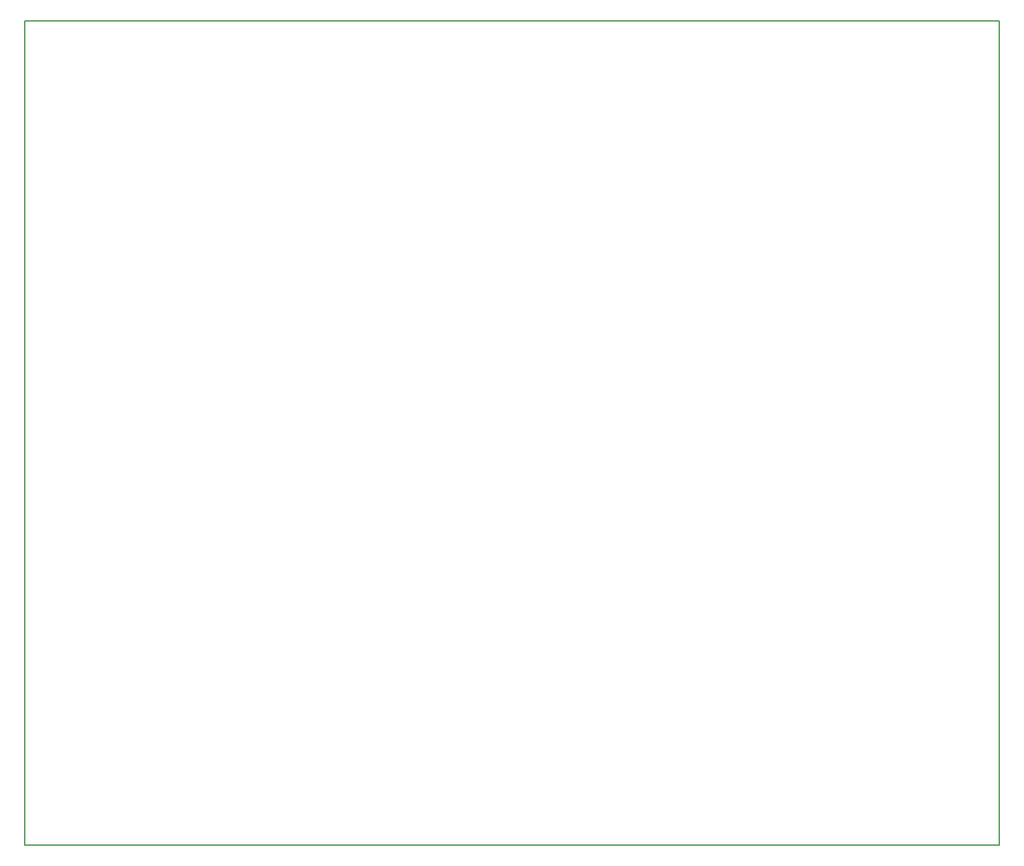
<source format=gbr>
G04 #@! TF.FileFunction,Profile,NP*
%FSLAX46Y46*%
G04 Gerber Fmt 4.6, Leading zero omitted, Abs format (unit mm)*
G04 Created by KiCad (PCBNEW 4.0.6) date Sunday, July 23, 2017 'AMt' 01:04:53 AM*
%MOMM*%
%LPD*%
G01*
G04 APERTURE LIST*
%ADD10C,0.100000*%
%ADD11C,0.150000*%
G04 APERTURE END LIST*
D10*
D11*
X230000000Y-30000000D02*
X230000000Y-140000000D01*
X100000000Y-30000000D02*
X230000000Y-30000000D01*
X100000000Y-140000000D02*
X100000000Y-30000000D01*
X230000000Y-140000000D02*
X100000000Y-140000000D01*
M02*

</source>
